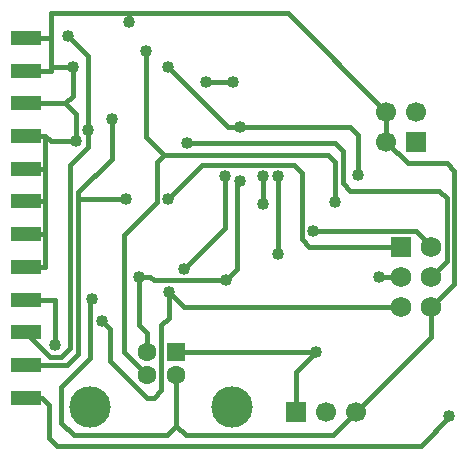
<source format=gbr>
G04 DipTrace 3.0.0.0*
G04 Bottom.gbr*
%MOMM*%
G04 #@! TF.FileFunction,Copper,L2,Bot*
G04 #@! TF.Part,Single*
%AMOUTLINE12*5,1,4,0,0,2.47487,-225.0*%
%AMOUTLINE15*5,1,4,0,0,2.40416,-135.0*%
G04 #@! TA.AperFunction,Conductor*
%ADD13C,0.381*%
G04 #@! TA.AperFunction,ComponentPad*
%ADD19R,1.6X1.6*%
%ADD20C,1.6*%
%ADD21C,3.5*%
%ADD22R,2.54X1.27*%
G04 #@! TA.AperFunction,ComponentPad*
%ADD23C,1.75*%
%ADD24C,1.7*%
%ADD25R,1.7X1.7*%
G04 #@! TA.AperFunction,ViaPad*
%ADD29C,1.016*%
G04 #@! TA.AperFunction,ComponentPad*
%ADD74OUTLINE12*%
%ADD77OUTLINE15*%
%FSLAX35Y35*%
G04*
G71*
G90*
G75*
G01*
G04 Bottom*
%LPD*%
X1254000Y2607840D2*
D13*
X1416450D1*
Y2884680D1*
Y3161540D1*
Y3438400D1*
Y3714393D1*
X1460733Y3670110D1*
X1672333D1*
X1416450Y3438400D2*
Y3438420D1*
X1254000D1*
X1416450Y3714393D2*
X1254000D1*
Y3715280D1*
X1416450Y2884680D2*
D3*
X1815160Y2334300D2*
X1792633Y2311773D1*
Y1833333D1*
X1552923Y1593623D1*
Y1286677D1*
X1658667Y1180933D1*
X2442883D1*
X2524000Y1262050D1*
X2605117Y1180933D1*
X3847933D1*
X4048000Y1381000D1*
X1672333Y3670110D2*
Y3906087D1*
X1586280Y3992140D1*
X1254000D1*
X4302000Y3921000D2*
X3467300Y4755700D1*
X2126200D1*
X1466813D1*
Y4545860D1*
X1254000D1*
X1649800Y4302000D2*
X1466813D1*
Y4545860D1*
X2524000Y1262050D2*
Y1689000D1*
X1416450Y3161540D2*
Y3161560D1*
X1254000D1*
X1586280Y3992140D2*
X1649800Y4055660D1*
Y4302000D1*
X1254000Y3715280D2*
X1163560D1*
X1254000Y2884700D2*
X1163560D1*
X4302000Y3667000D2*
Y3921000D1*
X4683000Y2270000D2*
X4878450Y2465450D1*
Y3420560D1*
X4814950Y3484060D1*
X4484940D1*
X4302000Y3667000D1*
X4048000Y1381000D2*
X4683000Y2016000D1*
Y2270000D1*
X1466813Y4302000D2*
Y4269000D1*
X1254000D1*
X1416450Y2884680D2*
X1254000D1*
Y2884700D1*
X2126200Y4683000D2*
Y4755700D1*
X4683000Y2524000D2*
X4814950Y2655950D1*
Y3190750D1*
X4751450Y3254250D1*
X3998200D1*
X3934700Y3317750D1*
Y3590750D1*
X3871200Y3654250D1*
X2616800D1*
X4834947Y1343607D2*
X4846620D1*
X4595883Y1092870D1*
X1514050D1*
X1450550Y1156370D1*
Y1436880D1*
X1387030Y1500400D1*
X1254000D1*
Y1777260D2*
X1601550D1*
X1696477Y1872183D1*
Y3180200D1*
Y3240627D1*
X1976800Y3520950D1*
Y3859000D1*
X1696477Y3180200D2*
X2099200D1*
X2454310D2*
X2743060Y3468950D1*
X3525873D1*
X3589377Y3405447D1*
Y2841500D1*
X3652877Y2778000D1*
X4429000D1*
X1254000Y2054120D2*
X1298450D1*
Y2006283D1*
X1459593Y1845137D1*
X1552247D1*
X1625827Y1918717D1*
Y3471980D1*
X1776800Y3622953D1*
Y3763050D1*
X4240950Y2524000D2*
X4429000D1*
X1776800Y3763050D2*
Y4396970D1*
X1608880Y4564890D1*
X3388810Y3373700D2*
Y2714500D1*
X3261810Y3373700D2*
Y3143750D1*
X4061700Y3388810D2*
Y3728050D1*
X3998200Y3791550D1*
X3066200D1*
X2964760D1*
X2454310Y4302000D1*
X2206490Y2524300D2*
Y2113273D1*
X2274000Y2045763D1*
Y1889000D1*
X2948250Y2492750D2*
X2333290D1*
X2301740Y2524300D1*
X2206490D1*
X3066200Y3334250D2*
X3043500Y3311550D1*
Y2588000D1*
X2948250Y2492750D1*
X2274000Y1689000D2*
X2079950Y1883050D1*
Y2881900D1*
X2359060Y3161010D1*
Y3494250D1*
X2422560Y3557750D1*
X2270000Y3710310D1*
Y4438200D1*
X2422560Y3557750D2*
X3807700D1*
X3871200Y3494250D1*
Y3159000D1*
X2524000Y1889000D2*
X3710200D1*
X2939200Y3373700D2*
Y2939710D1*
X2587490Y2588000D1*
X3684630Y2909950D2*
X4551050D1*
X4683000Y2778000D1*
X3710200Y1889000D2*
X3540000Y1718800D1*
Y1381000D1*
X2778000Y4175000D2*
X3002700D1*
X1897027Y2150893D2*
X1967407Y2080513D1*
Y1814347D1*
X2280703Y1501050D1*
X2334950D1*
X2398450Y1564550D1*
Y2111980D1*
X2460490Y2174020D1*
Y2397500D1*
X2587990Y2270000D1*
X4429000D1*
X1254000Y2330980D2*
X1494253D1*
X1500470Y2324760D1*
Y1946643D1*
X1499980Y1946150D1*
D29*
X2126200Y4683000D3*
X1815160Y2334300D3*
X1672333Y3670110D3*
X1649800Y4302000D3*
X2616800Y3654250D3*
X4834947Y1343607D3*
X1976800Y3859000D3*
X2099200Y3180200D3*
X2454310D3*
X1776800Y3763050D3*
X1608880Y4564890D3*
X4240950Y2524000D3*
X3388810Y2714500D3*
Y3373700D3*
X2454310Y4302000D3*
X2948250Y2492750D3*
X3066200Y3791550D3*
Y3334250D3*
X4061700Y3388810D3*
X2206490Y2524300D3*
X2270000Y4438200D3*
X3871200Y3159000D3*
X2587490Y2588000D3*
X2939200Y3373700D3*
X3684630Y2909950D3*
X3710200Y1889000D3*
X3002700Y4175000D3*
X2778000D3*
X1897027Y2150893D3*
X1499980Y1946150D3*
X2460490Y2397500D3*
X3261810Y3143750D3*
Y3373700D3*
D19*
X2524000Y1889000D3*
D20*
X2274000D3*
Y1689000D3*
X2524000D3*
D21*
X1797000Y1418000D3*
X3001000D3*
D22*
X1254000Y4545860D3*
Y4269000D3*
Y3992140D3*
Y3715280D3*
Y3438420D3*
Y3161560D3*
Y2884700D3*
Y2607840D3*
Y2330980D3*
Y2054120D3*
Y1777260D3*
Y1500400D3*
D74*
X4429000Y2778000D3*
D23*
Y2524000D3*
Y2270000D3*
X4683000D3*
Y2524000D3*
Y2778000D3*
D77*
X4556000Y3667000D3*
D24*
X4302000D3*
X4556000Y3921000D3*
X4302000D3*
D25*
X3540000Y1381000D3*
D24*
X3794000D3*
X4048000D3*
M02*

</source>
